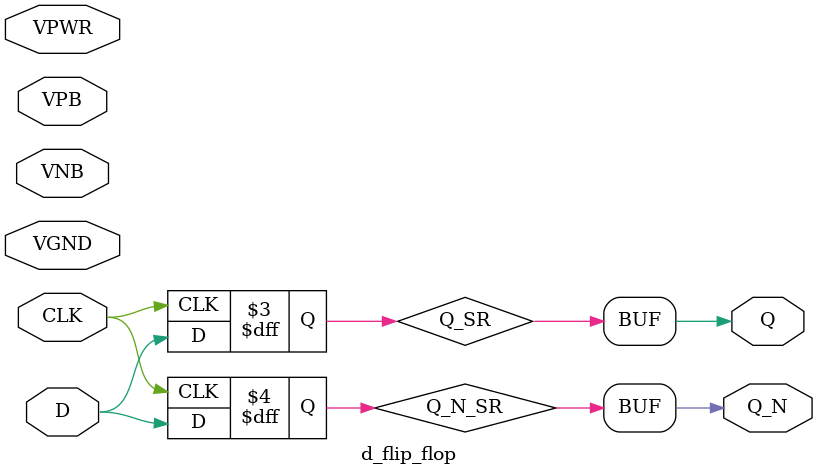
<source format=v>
module d_flip_flop(input D, VPWR, VGND, VPB, VNB, CLK, output Q, Q_N);
  // Create a set/reset latch for Q and Q_N
  reg Q_SR, Q_N_SR;
  assign Q = Q_SR;
  assign Q_N = Q_N_SR;

  // Create a clocked SR latch for Q and Q_N
  reg Q_SR_CLK, Q_N_SR_CLK;
  always @(posedge CLK)
  begin
    Q_SR_CLK <= Q_SR;
    Q_N_SR_CLK <= Q_N_SR;
    Q_SR <= D;
    Q_N_SR <= D;
  end

  // Ensure that the outputs are initially x
  initial
  begin
    Q_SR = 1'bX;
    Q_N_SR = 1'bX;
  end
endmodule
</source>
